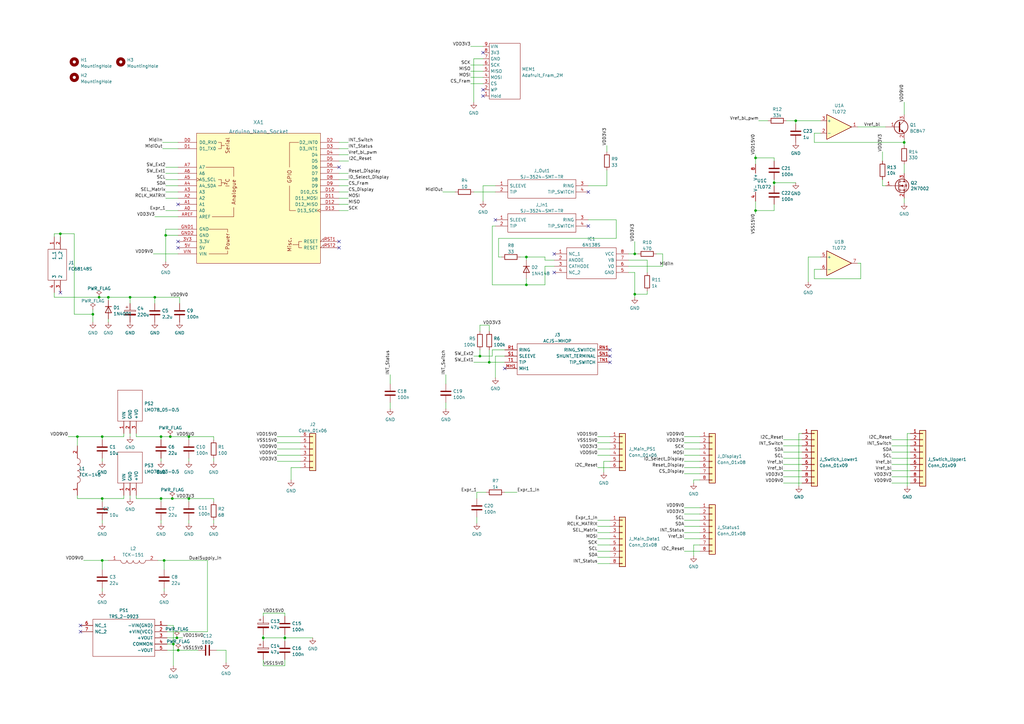
<source format=kicad_sch>
(kicad_sch (version 20211123) (generator eeschema)
  (paper "A3")
  (junction (at 200.66 148.59))
  (junction (at 41.91 229.87))
  (junction (at 38.1 128.905))
  (junction (at 53.34 121.92))
  (junction (at 70.6784 204.47))
  (junction (at 31.75 179.07))
  (junction (at 77.47 204.47))
  (junction (at 44.45 121.92))
  (junction (at 215.9 105.41))
  (junction (at 107.95 261.62))
  (junction (at 317.5 74.93))
  (junction (at 72.5477 261.62))
  (junction (at 66.04 179.07))
  (junction (at 69.85 179.07))
  (junction (at 260.35 120.65))
  (junction (at 71.12 264.16))
  (junction (at 77.47 179.07))
  (junction (at 41.91 179.07))
  (junction (at 67.31 229.87))
  (junction (at 63.5 121.92))
  (junction (at 370.84 58.42))
  (junction (at 66.04 204.47))
  (junction (at 73.1 266.7))
  (junction (at 116.84 261.62))
  (junction (at 67.945 96.52))
  (junction (at 309.88 64.77))
  (junction (at 40.64 121.92))
  (junction (at 215.9 116.84))
  (junction (at 196.85 146.05))
  (junction (at 309.88 86.36))
  (junction (at 326.39 49.53))
  (junction (at 41.91 204.47))
  (junction (at 24.765 95.885))
  (junction (at 260.35 104.14))
  (no_connect (at 73.025 99.06))
  (no_connect (at 33.02 256.54))
  (no_connect (at 33.02 259.08))
  (no_connect (at 24.765 120.015))
  (no_connect (at 241.3 78.74))
  (no_connect (at 227.33 104.14))
  (no_connect (at 227.33 111.76))
  (no_connect (at 207.01 151.13))
  (no_connect (at 250.19 148.59))
  (no_connect (at 250.19 146.05))
  (no_connect (at 250.19 143.51))
  (no_connect (at 198.12 36.83))
  (no_connect (at 241.3 92.71))
  (no_connect (at 73.025 101.6))
  (no_connect (at 198.12 39.37))
  (no_connect (at 139.065 99.06))
  (no_connect (at 198.12 21.59))
  (no_connect (at 203.2 90.17))
  (no_connect (at 73.025 83.82))
  (no_connect (at 139.065 68.58))
  (no_connect (at 139.065 101.6))
  (wire (pts (xy 69.85 179.07) (xy 77.47 179.07)))
  (wire (pts (xy 372.11 199.39) (xy 372.11 177.8)))
  (wire (pts (xy 309.88 86.36) (xy 309.88 87.63)))
  (wire (pts (xy 280.67 208.28) (xy 287.02 208.28)))
  (wire (pts (xy 107.95 273.05) (xy 116.84 273.05)))
  (wire (pts (xy 247.65 189.23) (xy 250.19 189.23)))
  (wire (pts (xy 271.78 104.14) (xy 269.24 104.14)))
  (wire (pts (xy 142.875 58.42) (xy 139.065 58.42)))
  (wire (pts (xy 119.38 191.77) (xy 119.38 196.85)))
  (wire (pts (xy 223.52 105.41) (xy 223.52 106.68)))
  (wire (pts (xy 248.92 59.69) (xy 248.92 62.23)))
  (wire (pts (xy 200.66 135.89) (xy 200.66 133.35)))
  (wire (pts (xy 116.84 251.46) (xy 116.84 252.73)))
  (wire (pts (xy 260.35 104.14) (xy 261.62 104.14)))
  (wire (pts (xy 41.91 229.87) (xy 44.45 229.87)))
  (wire (pts (xy 72.5477 261.62) (xy 74.93 261.62)))
  (wire (pts (xy 66.675 60.96) (xy 73.025 60.96)))
  (wire (pts (xy 44.45 121.92) (xy 53.34 121.92)))
  (wire (pts (xy 193.04 34.29) (xy 198.12 34.29)))
  (wire (pts (xy 245.11 228.6) (xy 250.19 228.6)))
  (wire (pts (xy 317.5 86.36) (xy 309.88 86.36)))
  (wire (pts (xy 68.58 259.08) (xy 85.09 259.08)))
  (wire (pts (xy 257.81 109.22) (xy 271.78 109.22)))
  (wire (pts (xy 30.48 95.885) (xy 30.48 128.905)))
  (wire (pts (xy 66.04 204.47) (xy 66.04 205.74)))
  (wire (pts (xy 215.9 105.41) (xy 215.9 106.68)))
  (wire (pts (xy 201.93 92.71) (xy 203.2 92.71)))
  (wire (pts (xy 317.5 66.04) (xy 317.5 64.77)))
  (wire (pts (xy 55.88 177.8) (xy 55.88 179.07)))
  (wire (pts (xy 245.11 215.9) (xy 250.19 215.9)))
  (wire (pts (xy 31.75 204.47) (xy 31.75 203.2)))
  (wire (pts (xy 334.01 110.49) (xy 334.01 114.3)))
  (wire (pts (xy 113.665 181.61) (xy 123.19 181.61)))
  (wire (pts (xy 30.48 95.885) (xy 24.765 95.885)))
  (wire (pts (xy 284.48 223.52) (xy 287.02 223.52)))
  (wire (pts (xy 116.84 261.62) (xy 116.84 262.89)))
  (wire (pts (xy 353.06 107.95) (xy 351.79 107.95)))
  (wire (pts (xy 257.81 104.14) (xy 260.35 104.14)))
  (wire (pts (xy 41.91 229.87) (xy 41.91 233.68)))
  (wire (pts (xy 62.865 104.14) (xy 73.025 104.14)))
  (wire (pts (xy 67.945 76.2) (xy 73.025 76.2)))
  (wire (pts (xy 68.58 256.54) (xy 71.12 256.54)))
  (wire (pts (xy 203.2 76.2) (xy 198.12 76.2)))
  (wire (pts (xy 67.945 93.98) (xy 73.025 93.98)))
  (wire (pts (xy 139.065 63.5) (xy 142.875 63.5)))
  (wire (pts (xy 203.2 154.94) (xy 203.2 146.05)))
  (wire (pts (xy 77.47 179.07) (xy 77.47 180.34)))
  (wire (pts (xy 336.55 54.61) (xy 334.01 54.61)))
  (wire (pts (xy 365.76 190.5) (xy 373.38 190.5)))
  (wire (pts (xy 260.35 120.65) (xy 265.43 120.65)))
  (wire (pts (xy 365.76 185.42) (xy 373.38 185.42)))
  (wire (pts (xy 195.58 204.47) (xy 195.58 201.93)))
  (wire (pts (xy 38.1 132.08) (xy 38.1 128.905)))
  (wire (pts (xy 142.875 83.82) (xy 139.065 83.82)))
  (wire (pts (xy 321.31 185.42) (xy 328.93 185.42)))
  (wire (pts (xy 63.5 121.92) (xy 53.34 121.92)))
  (wire (pts (xy 317.5 74.93) (xy 317.5 76.2)))
  (wire (pts (xy 31.75 179.07) (xy 41.91 179.07)))
  (wire (pts (xy 223.52 116.84) (xy 215.9 116.84)))
  (wire (pts (xy 77.47 187.96) (xy 77.47 189.23)))
  (wire (pts (xy 193.04 31.75) (xy 198.12 31.75)))
  (wire (pts (xy 73.025 68.58) (xy 67.945 68.58)))
  (wire (pts (xy 365.76 195.58) (xy 373.38 195.58)))
  (wire (pts (xy 53.34 124.46) (xy 53.34 121.92)))
  (wire (pts (xy 67.945 96.52) (xy 67.945 107.315)))
  (wire (pts (xy 245.11 223.52) (xy 250.19 223.52)))
  (wire (pts (xy 280.67 226.06) (xy 287.02 226.06)))
  (wire (pts (xy 31.75 204.47) (xy 41.91 204.47)))
  (wire (pts (xy 365.76 182.88) (xy 373.38 182.88)))
  (wire (pts (xy 353.06 114.3) (xy 353.06 107.95)))
  (wire (pts (xy 113.665 189.23) (xy 123.19 189.23)))
  (wire (pts (xy 66.04 213.36) (xy 66.04 214.63)))
  (wire (pts (xy 334.01 54.61) (xy 334.01 58.42)))
  (wire (pts (xy 66.04 204.47) (xy 70.6784 204.47)))
  (wire (pts (xy 334.01 58.42) (xy 370.84 58.42)))
  (wire (pts (xy 113.665 184.15) (xy 123.19 184.15)))
  (wire (pts (xy 326.39 49.53) (xy 326.39 50.8)))
  (wire (pts (xy 317.5 83.82) (xy 317.5 86.36)))
  (wire (pts (xy 195.58 212.09) (xy 195.58 214.63)))
  (wire (pts (xy 223.52 109.22) (xy 223.52 116.84)))
  (wire (pts (xy 311.15 49.53) (xy 314.96 49.53)))
  (wire (pts (xy 200.66 133.35) (xy 196.85 133.35)))
  (wire (pts (xy 321.31 193.04) (xy 328.93 193.04)))
  (wire (pts (xy 245.11 218.44) (xy 250.19 218.44)))
  (wire (pts (xy 66.04 187.96) (xy 66.04 189.23)))
  (wire (pts (xy 40.64 121.92) (xy 44.45 121.92)))
  (wire (pts (xy 30.48 128.905) (xy 38.1 128.905)))
  (wire (pts (xy 247.65 189.23) (xy 247.65 193.675)))
  (wire (pts (xy 215.9 116.84) (xy 201.93 116.84)))
  (wire (pts (xy 22.225 95.885) (xy 22.225 97.155)))
  (wire (pts (xy 24.765 95.885) (xy 22.225 95.885)))
  (wire (pts (xy 116.84 273.05) (xy 116.84 270.51)))
  (wire (pts (xy 201.93 146.05) (xy 201.93 143.51)))
  (wire (pts (xy 280.67 210.82) (xy 287.02 210.82)))
  (wire (pts (xy 201.93 143.51) (xy 207.01 143.51)))
  (wire (pts (xy 196.85 143.51) (xy 196.85 146.05)))
  (wire (pts (xy 363.22 76.2) (xy 361.95 76.2)))
  (wire (pts (xy 142.875 86.36) (xy 139.065 86.36)))
  (wire (pts (xy 107.95 261.62) (xy 107.95 262.89)))
  (wire (pts (xy 241.3 90.17) (xy 252.73 90.17)))
  (wire (pts (xy 227.33 109.22) (xy 223.52 109.22)))
  (wire (pts (xy 370.84 81.28) (xy 370.84 83.312)))
  (wire (pts (xy 68.58 261.62) (xy 72.5477 261.62)))
  (wire (pts (xy 245.11 179.07) (xy 250.19 179.07)))
  (wire (pts (xy 63.5 88.9) (xy 73.025 88.9)))
  (wire (pts (xy 193.04 19.05) (xy 198.12 19.05)))
  (wire (pts (xy 194.31 41.91) (xy 194.31 24.13)))
  (wire (pts (xy 204.47 97.79) (xy 252.73 97.79)))
  (wire (pts (xy 41.91 241.3) (xy 41.91 242.57)))
  (wire (pts (xy 53.34 203.2) (xy 53.34 204.47)))
  (wire (pts (xy 280.67 215.9) (xy 287.02 215.9)))
  (wire (pts (xy 280.67 220.98) (xy 287.02 220.98)))
  (wire (pts (xy 116.84 261.62) (xy 128.27 261.62)))
  (wire (pts (xy 309.88 82.55) (xy 309.88 86.36)))
  (wire (pts (xy 245.11 220.98) (xy 250.19 220.98)))
  (wire (pts (xy 260.35 111.76) (xy 257.81 111.76)))
  (wire (pts (xy 207.01 201.93) (xy 212.09 201.93)))
  (wire (pts (xy 321.31 187.96) (xy 328.93 187.96)))
  (wire (pts (xy 327.66 199.39) (xy 327.66 177.8)))
  (wire (pts (xy 67.945 78.74) (xy 73.025 78.74)))
  (wire (pts (xy 372.11 177.8) (xy 373.38 177.8)))
  (wire (pts (xy 201.93 92.71) (xy 201.93 116.84)))
  (wire (pts (xy 41.91 187.96) (xy 41.91 189.23)))
  (wire (pts (xy 87.63 205.74) (xy 87.63 204.47)))
  (wire (pts (xy 107.95 251.46) (xy 116.84 251.46)))
  (wire (pts (xy 204.47 105.41) (xy 205.74 105.41)))
  (wire (pts (xy 193.04 29.21) (xy 198.12 29.21)))
  (wire (pts (xy 181.61 78.74) (xy 186.69 78.74)))
  (wire (pts (xy 265.43 119.38) (xy 265.43 120.65)))
  (wire (pts (xy 41.91 213.36) (xy 41.91 214.63)))
  (wire (pts (xy 245.11 231.14) (xy 250.19 231.14)))
  (wire (pts (xy 107.95 260.35) (xy 107.95 261.62)))
  (wire (pts (xy 142.875 60.96) (xy 139.065 60.96)))
  (wire (pts (xy 194.31 148.59) (xy 200.66 148.59)))
  (wire (pts (xy 55.88 203.2) (xy 55.88 204.47)))
  (wire (pts (xy 139.065 66.04) (xy 143.002 66.04)))
  (wire (pts (xy 68.58 264.16) (xy 71.12 264.16)))
  (wire (pts (xy 336.55 105.41) (xy 331.47 105.41)))
  (wire (pts (xy 280.67 189.23) (xy 287.02 189.23)))
  (wire (pts (xy 142.875 73.66) (xy 139.065 73.66)))
  (wire (pts (xy 87.63 187.96) (xy 87.63 189.23)))
  (wire (pts (xy 284.48 223.52) (xy 284.48 227.965)))
  (wire (pts (xy 63.5 124.46) (xy 63.5 121.92)))
  (wire (pts (xy 365.76 193.04) (xy 373.38 193.04)))
  (wire (pts (xy 245.11 213.36) (xy 250.19 213.36)))
  (wire (pts (xy 55.88 204.47) (xy 66.04 204.47)))
  (wire (pts (xy 88.9 266.7) (xy 92.71 266.7)))
  (wire (pts (xy 73.66 124.46) (xy 73.66 121.92)))
  (wire (pts (xy 182.88 165.1) (xy 182.88 167.64)))
  (wire (pts (xy 66.04 179.07) (xy 66.04 180.34)))
  (wire (pts (xy 85.09 259.08) (xy 85.09 229.87)))
  (wire (pts (xy 280.67 184.15) (xy 287.02 184.15)))
  (wire (pts (xy 321.31 182.88) (xy 328.93 182.88)))
  (wire (pts (xy 92.71 266.7) (xy 92.71 271.78)))
  (wire (pts (xy 200.66 143.51) (xy 200.66 148.59)))
  (wire (pts (xy 67.945 86.36) (xy 73.025 86.36)))
  (wire (pts (xy 34.29 229.87) (xy 41.91 229.87)))
  (wire (pts (xy 280.67 181.61) (xy 287.02 181.61)))
  (wire (pts (xy 351.79 52.07) (xy 363.22 52.07)))
  (wire (pts (xy 113.665 186.69) (xy 123.19 186.69)))
  (wire (pts (xy 73.66 121.92) (xy 63.5 121.92)))
  (wire (pts (xy 370.84 41.91) (xy 370.84 46.99)))
  (wire (pts (xy 107.95 270.51) (xy 107.95 273.05)))
  (wire (pts (xy 50.8 203.2) (xy 50.8 204.47)))
  (wire (pts (xy 66.04 179.07) (xy 69.85 179.07)))
  (wire (pts (xy 195.58 201.93) (xy 199.39 201.93)))
  (wire (pts (xy 68.58 266.7) (xy 73.1 266.7)))
  (wire (pts (xy 24.765 95.885) (xy 24.765 97.155)))
  (wire (pts (xy 31.75 179.07) (xy 31.75 182.88)))
  (wire (pts (xy 182.88 153.67) (xy 182.88 157.48)))
  (wire (pts (xy 116.84 260.35) (xy 116.84 261.62)))
  (wire (pts (xy 41.91 204.47) (xy 50.8 204.47)))
  (wire (pts (xy 194.31 24.13) (xy 198.12 24.13)))
  (wire (pts (xy 142.875 71.12) (xy 139.065 71.12)))
  (wire (pts (xy 67.31 241.3) (xy 67.31 242.57)))
  (wire (pts (xy 331.47 105.41) (xy 331.47 115.57)))
  (wire (pts (xy 265.43 106.68) (xy 257.81 106.68)))
  (wire (pts (xy 284.48 196.85) (xy 284.48 198.12)))
  (wire (pts (xy 160.02 153.67) (xy 160.02 157.48)))
  (wire (pts (xy 336.55 110.49) (xy 334.01 110.49)))
  (wire (pts (xy 260.35 121.92) (xy 260.35 120.65)))
  (wire (pts (xy 370.84 57.15) (xy 370.84 58.42)))
  (wire (pts (xy 77.47 179.07) (xy 87.63 179.07)))
  (wire (pts (xy 245.11 186.69) (xy 250.19 186.69)))
  (wire (pts (xy 280.67 186.69) (xy 287.02 186.69)))
  (wire (pts (xy 194.31 78.74) (xy 203.2 78.74)))
  (wire (pts (xy 204.47 105.41) (xy 204.47 97.79)))
  (wire (pts (xy 73.1 266.7) (xy 81.28 266.7)))
  (wire (pts (xy 223.52 106.68) (xy 227.33 106.68)))
  (wire (pts (xy 200.66 148.59) (xy 207.01 148.59)))
  (wire (pts (xy 194.31 146.05) (xy 196.85 146.05)))
  (wire (pts (xy 71.12 256.54) (xy 71.12 264.16)))
  (wire (pts (xy 309.88 64.77) (xy 309.88 67.31)))
  (wire (pts (xy 73.025 71.12) (xy 67.945 71.12)))
  (wire (pts (xy 326.39 49.53) (xy 336.55 49.53)))
  (wire (pts (xy 365.76 180.34) (xy 373.38 180.34)))
  (wire (pts (xy 44.45 121.92) (xy 44.45 123.19)))
  (wire (pts (xy 280.67 191.77) (xy 287.02 191.77)))
  (wire (pts (xy 67.945 81.28) (xy 73.025 81.28)))
  (wire (pts (xy 41.91 179.07) (xy 50.8 179.07)))
  (wire (pts (xy 53.34 177.8) (xy 53.34 179.07)))
  (wire (pts (xy 260.35 120.65) (xy 260.35 111.76)))
  (wire (pts (xy 67.945 73.66) (xy 73.025 73.66)))
  (wire (pts (xy 142.875 81.28) (xy 139.065 81.28)))
  (wire (pts (xy 280.67 218.44) (xy 287.02 218.44)))
  (wire (pts (xy 41.91 179.07) (xy 41.91 180.34)))
  (wire (pts (xy 27.94 179.07) (xy 31.75 179.07)))
  (wire (pts (xy 361.95 76.2) (xy 361.95 73.66)))
  (wire (pts (xy 334.01 114.3) (xy 353.06 114.3)))
  (wire (pts (xy 64.77 229.87) (xy 67.31 229.87)))
  (wire (pts (xy 67.31 229.87) (xy 67.31 233.68)))
  (wire (pts (xy 22.225 121.92) (xy 40.64 121.92)))
  (wire (pts (xy 50.8 177.8) (xy 50.8 179.07)))
  (wire (pts (xy 265.43 111.76) (xy 265.43 106.68)))
  (wire (pts (xy 213.36 105.41) (xy 215.9 105.41)))
  (wire (pts (xy 280.67 179.07) (xy 287.02 179.07)))
  (wire (pts (xy 107.95 261.62) (xy 116.84 261.62)))
  (wire (pts (xy 77.47 205.74) (xy 77.47 204.47)))
  (wire (pts (xy 271.78 109.22) (xy 271.78 104.14)))
  (wire (pts (xy 71.12 264.16) (xy 71.12 273.05)))
  (wire (pts (xy 139.065 78.74) (xy 142.875 78.74)))
  (wire (pts (xy 215.9 105.41) (xy 223.52 105.41)))
  (wire (pts (xy 327.66 177.8) (xy 328.93 177.8)))
  (wire (pts (xy 260.35 99.06) (xy 260.35 104.14)))
  (wire (pts (xy 245.11 181.61) (xy 250.19 181.61)))
  (wire (pts (xy 248.92 69.85) (xy 248.92 76.2)))
  (wire (pts (xy 139.065 76.2) (xy 142.875 76.2)))
  (wire (pts (xy 321.31 180.34) (xy 328.93 180.34)))
  (wire (pts (xy 66.675 58.42) (xy 73.025 58.42)))
  (wire (pts (xy 309.88 63.5) (xy 309.88 64.77)))
  (wire (pts (xy 284.48 196.85) (xy 287.02 196.85)))
  (wire (pts (xy 241.3 76.2) (xy 248.92 76.2)))
  (wire (pts (xy 203.2 146.05) (xy 207.01 146.05)))
  (wire (pts (xy 196.85 146.05) (xy 201.93 146.05)))
  (wire (pts (xy 321.31 198.12) (xy 328.93 198.12)))
  (wire (pts (xy 87.63 213.36) (xy 87.63 214.63)))
  (wire (pts (xy 245.11 226.06) (xy 250.19 226.06)))
  (wire (pts (xy 87.63 204.47) (xy 77.47 204.47)))
  (wire (pts (xy 215.9 116.84) (xy 215.9 114.3)))
  (wire (pts (xy 280.67 213.36) (xy 287.02 213.36)))
  (wire (pts (xy 321.31 195.58) (xy 328.93 195.58)))
  (wire (pts (xy 67.31 229.87) (xy 85.09 229.87)))
  (wire (pts (xy 322.58 49.53) (xy 326.39 49.53)))
  (wire (pts (xy 41.91 204.47) (xy 41.91 205.74)))
  (wire (pts (xy 67.945 96.52) (xy 67.945 93.98)))
  (wire (pts (xy 196.85 133.35) (xy 196.85 135.89)))
  (wire (pts (xy 55.88 179.07) (xy 66.04 179.07)))
  (wire (pts (xy 365.76 198.12) (xy 373.38 198.12)))
  (wire (pts (xy 193.04 26.67) (xy 198.12 26.67)))
  (wire (pts (xy 67.945 96.52) (xy 73.025 96.52)))
  (wire (pts (xy 160.02 165.1) (xy 160.02 167.64)))
  (wire (pts (xy 370.84 67.31) (xy 370.84 71.12)))
  (wire (pts (xy 119.38 191.77) (xy 123.19 191.77)))
  (wire (pts (xy 280.67 194.31) (xy 287.02 194.31)))
  (wire (pts (xy 317.5 74.93) (xy 326.39 74.93)))
  (wire (pts (xy 113.665 179.07) (xy 123.19 179.07)))
  (wire (pts (xy 252.73 90.17) (xy 252.73 97.79)))
  (wire (pts (xy 317.5 73.66) (xy 317.5 74.93)))
  (wire (pts (xy 245.11 191.77) (xy 250.19 191.77)))
  (wire (pts (xy 245.11 184.15) (xy 250.19 184.15)))
  (wire (pts (xy 87.63 180.34) (xy 87.63 179.07)))
  (wire (pts (xy 198.12 76.2) (xy 198.12 82.55)))
  (wire (pts (xy 70.6784 204.47) (xy 77.47 204.47)))
  (wire (pts (xy 361.95 62.23) (xy 361.95 66.04)))
  (wire (pts (xy 321.31 190.5) (xy 328.93 190.5)))
  (wire (pts (xy 38.1 128.905) (xy 38.1 127)))
  (wire (pts (xy 107.95 252.73) (xy 107.95 251.46)))
  (wire (pts (xy 22.225 120.015) (xy 22.225 121.92)))
  (wire (pts (xy 44.45 130.81) (xy 44.45 132.08)))
  (wire (pts (xy 317.5 64.77) (xy 309.88 64.77)))
  (wire (pts (xy 365.76 187.96) (xy 373.38 187.96)))
  (wire (pts (xy 77.47 213.36) (xy 77.47 214.63)))
  (wire (pts (xy 370.84 58.42) (xy 370.84 59.69)))
  (label "VDD3V3" (at 365.76 195.58 180))
  (label "VDD3V3" (at 193.04 19.05 180))
  (label "CS_Fram" (at 142.875 76.2 0))
  (label "VDD3V3" (at 321.31 195.58 180))
  (label "VDD9V0" (at 365.76 198.12 180))
  (label "INT_Status" (at 280.67 218.44 180))
  (label "MidiIn" (at 270.51 109.22 0))
  (label "VDD9V0" (at 62.865 104.14 180))
  (label "VDD3V3" (at 245.11 184.15 180))
  (label "VSS15V0" (at 309.88 87.63 270))
  (label "VDD3V3" (at 63.5 88.9 180))
  (label "VDD9V0" (at 69.85 121.92 0))
  (label "Expr_1_In" (at 245.11 213.36 180))
  (label "I2C_Reset" (at 365.76 180.34 180))
  (label "Expr_1" (at 195.58 201.93 180))
  (label "I2C_Reset" (at 245.11 191.77 180))
  (label "MISO" (at 142.875 83.82 0))
  (label "VDD5V0" (at 72.39 179.07 0))
  (label "MidiOut" (at 181.61 78.74 180))
  (label "SCL" (at 67.945 73.66 180))
  (label "I2C_Reset" (at 280.67 226.06 180))
  (label "SDA" (at 245.11 228.6 180))
  (label "VSS15V0" (at 107.95 273.05 0))
  (label "VSS15V0" (at 113.665 181.61 180))
  (label "SCK" (at 193.04 26.67 180))
  (label "RCLK_MATRIX" (at 245.11 215.9 180))
  (label "Reset_Display" (at 142.875 71.12 0))
  (label "VDD3V3" (at 248.92 59.69 90))
  (label "MOSI" (at 193.04 31.75 180))
  (label "INT_Status" (at 245.11 231.14 180))
  (label "INT_Status" (at 160.02 153.67 90))
  (label "INT_Switch" (at 142.875 58.42 0))
  (label "VDD3V3" (at 198.12 133.35 0))
  (label "MOSI" (at 245.11 220.98 180))
  (label "Vref_bl" (at 354.33 52.07 0))
  (label "SDA" (at 365.76 185.42 180))
  (label "SCK" (at 245.11 223.52 180))
  (label "VDD15V0" (at 113.665 179.07 180))
  (label "INT_Status" (at 142.875 60.96 0))
  (label "VDD15V0" (at 107.95 251.46 0))
  (label "MidiOut" (at 66.675 60.96 180))
  (label "VDD3V3" (at 260.35 99.06 90))
  (label "SW_Ext2" (at 194.31 146.05 180))
  (label "Vref_bl_pwm" (at 311.15 49.53 180))
  (label "SDA" (at 67.945 76.2 180))
  (label "DualSupply_In" (at 77.47 229.87 0))
  (label "CS_Display" (at 142.875 78.74 0))
  (label "INT_Switch" (at 321.31 182.88 180))
  (label "SW_Ext2" (at 67.945 68.58 180))
  (label "I2C_Reset" (at 143.002 66.04 0))
  (label "SW_Ext1" (at 67.945 71.12 180))
  (label "VDD9V0" (at 34.29 229.87 180))
  (label "RCLK_MATRIX" (at 67.945 81.28 180))
  (label "VDD5V0" (at 245.11 186.69 180))
  (label "VDD5V0" (at 113.665 186.69 180))
  (label "SCK" (at 280.67 184.15 180))
  (label "SCL" (at 245.11 226.06 180))
  (label "VDD9V0" (at 27.94 179.07 180))
  (label "MOSI" (at 280.67 186.69 180))
  (label "Vref_bl" (at 280.67 220.98 180))
  (label "VDD9V0" (at 321.31 198.12 180))
  (label "VDD9V0" (at 280.67 208.28 180))
  (label "Vref_bl" (at 321.31 190.5 180))
  (label "CS_Fram" (at 193.04 34.29 180))
  (label "CS_Display" (at 280.67 194.31 180))
  (label "VDD15V0" (at 309.88 63.5 90))
  (label "ID_Select_Display" (at 142.875 73.66 0))
  (label "ID_Select_Display" (at 280.67 189.23 180))
  (label "VDD9V0" (at 113.665 184.15 180))
  (label "SCL" (at 280.67 213.36 180))
  (label "SDA" (at 280.67 215.9 180))
  (label "VDD3V3" (at 280.67 210.82 180))
  (label "VDD15V0" (at 245.11 179.07 180))
  (label "Vref_bl" (at 365.76 193.04 180))
  (label "Reset_Display" (at 280.67 191.77 180))
  (label "MISO" (at 193.04 29.21 180))
  (label "VSS15V0" (at 245.11 181.61 180))
  (label "SCK" (at 142.875 86.36 0))
  (label "MOSI" (at 142.875 81.28 0))
  (label "VDD9V0" (at 280.67 179.07 180))
  (label "Expr_1_In" (at 212.09 201.93 0))
  (label "INT_Switch" (at 182.88 153.67 90))
  (label "Expr_1" (at 67.945 86.36 180))
  (label "VDD3V3" (at 280.67 181.61 180))
  (label "SEL_Matrix" (at 67.945 78.74 180))
  (label "Vref_bl" (at 321.31 193.04 180))
  (label "SEL_Matrix" (at 245.11 218.44 180))
  (label "VSS15V0" (at 74.93 266.7 0))
  (label "I2C_Reset" (at 321.31 180.34 180))
  (label "Vref_bl_pwm" (at 142.875 63.5 0))
  (label "INT_Switch" (at 365.76 182.88 180))
  (label "VDD3V3" (at 72.39 204.47 0))
  (label "VDD15V0" (at 74.93 261.62 0))
  (label "SW_Ext1" (at 194.31 148.59 180))
  (label "Vref_bl" (at 365.76 190.5 180))
  (label "VDD3V3" (at 361.95 62.23 90))
  (label "VDD3V3" (at 113.665 189.23 180))
  (label "SDA" (at 321.31 185.42 180))
  (label "MidiIn" (at 66.675 58.42 180))
  (label "SCL" (at 365.76 187.96 180))
  (label "VDD9V0" (at 370.84 41.91 90))
  (label "SCL" (at 321.31 187.96 180))
  (symbol (lib_id "Device:C") (at 41.91 209.55 0) (unit 1)
    (property "Reference" "C2" (at 44.831 208.7153 0) (effects (justify right)))
    (property "Value" "10u" (at 44.831 211.2522 0) (effects (justify left)))
    (property "Footprint" "Capacitor_SMD:C_1206_3216Metric_Pad1.33x1.80mm_HandSolder" (effects hide))
  )
  (symbol (lib_id "power:PWR_FLAG") (at 69.85 179.07 0) (unit 1)
    (property "Reference" "#FLG03" (effects hide))
    (property "Value" "PWR_FLAG" (at 69.85 175.4942 0))
  )
  (symbol (lib_id "Diode:1N4148") (at 215.9 110.49 270) (unit 1)
    (property "Reference" "D2" (at 217.932 109.6553 90) (effects (justify left)))
    (property "Value" "1N4148" (at 217.932 112.1922 90) (effects (justify left)))
    (property "Footprint" "Diode_SMD:D_SOD-123" (effects hide))
    (property "Datasheet" "https://assets.nexperia.com/documents/data-sheet/1N4148_1N4448.pdf" (effects hide))
  )
  (symbol (lib_id "Device:R") (at 87.63 184.15 0) (unit 1)
    (property "Reference" "R1" (at 89.408 183.3153 0) (effects (justify left)))
    (property "Value" "100" (at 89.408 185.8522 0) (effects (justify left)))
    (property "Footprint" "Resistor_THT:R_Axial_DIN0414_L11.9mm_D4.5mm_P15.24mm_Horizontal" (effects hide))
  )
  (symbol (lib_id "Connector_Generic:Conn_01x08") (at 292.1 186.69 0) (unit 1)
    (property "Reference" "J_Display1" (at 294.132 187.1253 0) (effects (justify left)))
    (property "Value" "Conn_01x08" (at 294.132 189.6622 0) (effects (justify left)))
    (property "Footprint" "Connector_JST:JST_PH_B8B-PH-K_1x08_P2.00mm_Vertical" (effects hide))
  )
  (symbol (lib_id "power:GND") (at 372.11 199.39 0) (unit 1)
    (property "Reference" "#PWR039" (effects hide))
    (property "Value" "GND" (at 372.11 203.8334 0))
  )
  (symbol (lib_id "Amplifier_Operational:TL072") (at 312.42 74.93 0) (unit 3)
    (property "Reference" "U1" (at 310.515 74.0953 0) (effects (justify left)))
    (property "Value" "TL072" (at 310.515 76.6322 0) (effects (justify left)))
    (property "Footprint" "SamacSys_Parts:SOIC127P600X175-8N" (effects hide))
    (property "Datasheet" "http://www.ti.com/lit/ds/symlink/tl071.pdf" (effects hide))
  )
  (symbol (lib_id "power:GND") (at 194.31 41.91 0) (unit 1)
    (property "Reference" "#PWR026" (effects hide))
    (property "Value" "GND" (at 194.31 46.3534 0))
  )
  (symbol (lib_id "Device:R") (at 265.43 104.14 90) (unit 1)
    (property "Reference" "R10" (at 265.43 99.4242 90))
    (property "Value" "470" (at 265.43 101.9611 90))
    (property "Footprint" "Resistor_SMD:R_1206_3216Metric_Pad1.30x1.75mm_HandSolder" (effects hide))
  )
  (symbol (lib_id "SamacSys_Parts:TCK-151") (at 44.45 229.87 0) (unit 1)
    (property "Reference" "L2" (at 54.61 225.0008 0))
    (property "Value" "TCK-151" (at 54.61 227.5377 0))
    (property "Footprint" "SamacSys_Parts:TCK151" (effects hide))
    (property "Datasheet" "https://altium.componentsearchengine.com/Datasheets/1/TCK-151.pdf" (effects hide))
    (property "Description" "Fixed Inductors Inductor 4.7uH 1.2A 140mOhm" (effects hide))
    (property "Height" "2.6" (effects hide))
    (property "Manufacturer_Name" "Traco Power" (effects hide))
    (property "Manufacturer_Part_Number" "TCK-151" (effects hide))
    (property "Mouser Part Number" "495-TCK-151" (effects hide))
    (property "Mouser Price/Stock" "https://www.mouser.co.uk/ProductDetail/TRACO-Power/TCK-151?qs=r5DSvlrkXmLbmcys%252BIu%252BuA%3D%3D" (effects hide))
  )
  (symbol (lib_id "power:GND") (at 284.48 198.12 0) (unit 1)
    (property "Reference" "#PWR032" (effects hide))
    (property "Value" "GND" (at 284.48 202.5634 0))
  )
  (symbol (lib_id "Device:R") (at 248.92 66.04 0) (unit 1)
    (property "Reference" "R9" (at 250.698 65.2053 0) (effects (justify left)))
    (property "Value" "33" (at 250.698 67.7422 0) (effects (justify left)))
    (property "Footprint" "Resistor_SMD:R_1206_3216Metric_Pad1.30x1.75mm_HandSolder" (effects hide))
  )
  (symbol (lib_id "Device:R") (at 370.84 63.5 0) (unit 1)
    (property "Reference" "R14" (at 372.618 62.3316 0) (effects (justify left)))
    (property "Value" "330" (at 372.618 64.643 0) (effects (justify left)))
    (property "Footprint" "Resistor_SMD:R_1206_3216Metric_Pad1.30x1.75mm_HandSolder" (effects hide))
  )
  (symbol (lib_id "power:GND") (at 53.34 204.47 0) (unit 1)
    (property "Reference" "#PWR08" (effects hide))
    (property "Value" "GND" (at 53.34 208.9134 0))
  )
  (symbol (lib_id "power:GND") (at 73.66 132.08 0) (unit 1)
    (property "Reference" "#PWR015" (effects hide))
    (property "Value" "GND" (at 73.66 136.5234 0))
  )
  (symbol (lib_id "Device:C") (at 41.91 237.49 0) (unit 1)
    (property "Reference" "C3" (at 44.831 236.6553 0) (effects (justify left)))
    (property "Value" "22u" (at 44.831 239.1922 0) (effects (justify left)))
    (property "Footprint" "Capacitor_SMD:C_1206_3216Metric_Pad1.33x1.80mm_HandSolder" (effects hide))
  )
  (symbol (lib_id "power:GND") (at 67.31 242.57 0) (unit 1)
    (property "Reference" "#PWR012" (effects hide))
    (property "Value" "GND" (at 67.31 247.0134 0))
  )
  (symbol (lib_id "SamacSys_Parts:LMO78_05-0.5") (at 50.8 203.2 90) (unit 1)
    (property "Reference" "PS3" (at 59.1312 190.9353 90) (effects (justify right)))
    (property "Value" "LMO78_03-0.5" (at 59.1312 193.4722 90) (effects (justify right)))
    (property "Footprint" "SamacSys_Parts:LMO78_0505" (effects hide))
    (property "Datasheet" "https://gaptec-electronic.com/datenblaetter/LMO78_0.5.pdf" (effects hide))
    (property "Description" "DC DC CONVERTER 5V 4W" (effects hide))
    (property "Height" "11.5" (effects hide))
    (property "Manufacturer_Name" "Gaptec" (effects hide))
    (property "Manufacturer_Part_Number" "LMO78_05-0.5" (effects hide))
  )
  (symbol (lib_id "Device:R") (at 209.55 105.41 90) (unit 1)
    (property "Reference" "R8" (at 209.55 100.6942 90))
    (property "Value" "33" (at 209.55 103.2311 90))
    (property "Footprint" "Resistor_SMD:R_1206_3216Metric_Pad1.30x1.75mm_HandSolder" (effects hide))
  )
  (symbol (lib_id "Device:C") (at 66.04 209.55 0) (unit 1)
    (property "Reference" "C7" (at 68.961 208.7153 0) (effects (justify left)))
    (property "Value" "22u" (at 68.961 211.2522 0) (effects (justify left)))
    (property "Footprint" "Capacitor_SMD:C_1206_3216Metric_Pad1.33x1.80mm_HandSolder" (effects hide))
  )
  (symbol (lib_id "Amplifier_Operational:TL072") (at 344.17 52.07 0) (unit 1)
    (property "Reference" "U1" (at 344.17 43.2902 0))
    (property "Value" "TL072" (at 344.17 45.8271 0))
    (property "Footprint" "SamacSys_Parts:SOIC127P600X175-8N" (effects hide))
    (property "Datasheet" "http://www.ti.com/lit/ds/symlink/tl071.pdf" (effects hide))
  )
  (symbol (lib_id "Connector_Generic:Conn_01x09") (at 378.46 187.96 0) (unit 1)
    (property "Reference" "J_Swtich_Upper1" (at 380.492 188.3953 0) (effects (justify left)))
    (property "Value" "Conn_01x09" (at 380.492 190.9322 0) (effects (justify left)))
    (property "Footprint" "Connector_JST:JST_PH_B9B-PH-K_1x09_P2.00mm_Vertical" (effects hide))
  )
  (symbol (lib_id "Amplifier_Operational:TL072") (at 344.17 107.95 0) (unit 2)
    (property "Reference" "U1" (at 344.17 99.1702 0))
    (property "Value" "TL072" (at 344.17 101.7071 0))
    (property "Footprint" "SamacSys_Parts:SOIC127P600X175-8N" (effects hide))
    (property "Datasheet" "http://www.ti.com/lit/ds/symlink/tl071.pdf" (effects hide))
  )
  (symbol (lib_id "SamacSys_Parts:FC68148S") (at 24.765 97.155 270) (unit 1)
    (property "Reference" "J1" (at 28.0162 107.7503 90) (effects (justify left)))
    (property "Value" "FC68148S" (at 28.0162 110.2872 90) (effects (justify left)))
    (property "Footprint" "SamacSys_Parts:FC68148S_2" (effects hide))
    (property "Datasheet" "http://www.cliffuk.co.uk/products/dcconnectors/FC68148S.pdf" (effects hide))
    (property "Description" "CLIFF ELECTRONIC COMPONENTS - FC68148S - DC  SOCKET, SMD, DC-10AS, 2.1MM PIN" (effects hide))
    (property "Manufacturer_Name" "CLIFF ELECTRONIC COMPONENTS" (effects hide))
    (property "Manufacturer_Part_Number" "FC68148S" (effects hide))
  )
  (symbol (lib_id "power:PWR_FLAG") (at 38.1 127 0) (unit 1)
    (property "Reference" "#FLG01" (effects hide))
    (property "Value" "PWR_FLAG" (at 38.1 123.4242 0))
  )
  (symbol (lib_id "FRam:Adafruit_Fram_2M") (at 207.01 29.21 0) (unit 1)
    (property "Reference" "MEM1" (at 214.0712 28.3753 0) (effects (justify left)))
    (property "Value" "Adafruit_Fram_2M" (at 214.0712 30.9122 0) (effects (justify left)))
    (property "Footprint" "FRam:Adafruit_FRam_2M" (effects hide))
  )
  (symbol (lib_id "power:PWR_FLAG") (at 73.1 266.7 0) (unit 1)
    (property "Reference" "#FLG06" (effects hide))
    (property "Value" "PWR_FLAG" (at 73.1 263.1242 0))
  )
  (symbol (lib_id "arduino:Arduino_Nano_Socket") (at 106.045 81.28 0) (unit 1)
    (property "Reference" "XA1" (at 106.045 50.165 0) (effects (font (size 1.524 1.524))))
    (property "Value" "Arduino_Nano_Socket" (at 106.045 53.975 0) (effects (font (size 1.524 1.524))))
    (property "Footprint" "Arduino:Arduino_Nano_Socket" (effects hide))
  )
  (symbol (lib_id "Diode:1N4001") (at 44.45 127 270) (unit 1)
    (property "Reference" "D1" (at 46.482 126.1653 90) (effects (justify left)))
    (property "Value" "1N4001" (at 46.482 128.7022 90) (effects (justify left)))
    (property "Footprint" "Diode_THT:D_DO-41_SOD81_P10.16mm_Horizontal" (effects hide))
    (property "Datasheet" "http://www.vishay.com/docs/88503/1n4001.pdf" (effects hide))
  )
  (symbol (lib_id "Device:C") (at 77.47 184.15 0) (unit 1)
    (property "Reference" "C10" (at 80.391 183.3153 0) (effects (justify left)))
    (property "Value" "100n" (at 80.391 185.8522 0) (effects (justify left)))
    (property "Footprint" "Capacitor_SMD:C_1206_3216Metric_Pad1.33x1.80mm_HandSolder" (effects hide))
  )
  (symbol (lib_id "power:GND") (at 66.04 189.23 0) (unit 1)
    (property "Reference" "#PWR010" (effects hide))
    (property "Value" "GND" (at 66.04 193.6734 0))
  )
  (symbol (lib_id "SamacSys_Parts:TRS_2-0923") (at 33.02 256.54 0) (unit 1)
    (property "Reference" "PS1" (at 50.8 250.351 0))
    (property "Value" "TRS_2-0923" (at 50.8 252.8879 0))
    (property "Footprint" "SamacSys_Parts:TRS20922" (effects hide))
    (property "Datasheet" "https://tracopower.com/trs2-datasheet/" (effects hide))
    (property "Description" "2 Watt DC/DC converter, industrial, 2:1 input, regulated, compact design, 1600 VDC isolation, encapsulated, SMD package" (effects hide))
    (property "Height" "8" (effects hide))
    (property "Manufacturer_Name" "Traco Power" (effects hide))
    (property "Manufacturer_Part_Number" "TRS 2-0923" (effects hide))
    (property "Mouser Part Number" "495-TRS2-0923" (effects hide))
    (property "Mouser Price/Stock" "https://www.mouser.co.uk/ProductDetail/TRACO-Power/TRS-2-0923?qs=wUXugUrL1qxaEmb8ePg7Ow%3D%3D" (effects hide))
  )
  (symbol (lib_id "Device:C") (at 67.31 237.49 0) (unit 1)
    (property "Reference" "C8" (at 70.231 236.6553 0) (effects (justify left)))
    (property "Value" "22u" (at 70.231 239.1922 0) (effects (justify left)))
    (property "Footprint" "Capacitor_SMD:C_1206_3216Metric_Pad1.33x1.80mm_HandSolder" (effects hide))
  )
  (symbol (lib_id "power:GND") (at 326.39 58.42 0) (unit 1)
    (property "Reference" "#PWR034" (effects hide))
    (property "Value" "GND" (at 326.39 62.8634 0))
  )
  (symbol (lib_id "Connector_Generic:Conn_01x08") (at 255.27 220.98 0) (unit 1)
    (property "Reference" "J_Main_Data1" (at 257.81 220.9799 0) (effects (justify left)))
    (property "Value" "Conn_01x08" (at 257.81 223.5199 0) (effects (justify left)))
    (property "Footprint" "Connector_JST:JST_PH_B8B-PH-K_1x08_P2.00mm_Vertical" (effects hide))
  )
  (symbol (lib_id "power:GND") (at 331.47 115.57 0) (unit 1)
    (property "Reference" "#PWR037" (effects hide))
    (property "Value" "GND" (at 331.47 120.0134 0))
  )
  (symbol (lib_id "Device:C") (at 41.91 184.15 0) (unit 1)
    (property "Reference" "C1" (at 44.831 183.3153 0) (effects (justify left)))
    (property "Value" "10u" (at 44.831 185.8522 0) (effects (justify left)))
    (property "Footprint" "Capacitor_SMD:C_1206_3216Metric_Pad1.33x1.80mm_HandSolder" (effects hide))
  )
  (symbol (lib_id "power:GND") (at 71.12 273.05 0) (unit 1)
    (property "Reference" "#PWR014" (effects hide))
    (property "Value" "GND" (at 71.12 277.4934 0))
  )
  (symbol (lib_id "Device:C") (at 317.5 80.01 0) (unit 1)
    (property "Reference" "C22" (at 320.421 79.1753 0) (effects (justify left)))
    (property "Value" "100n" (at 320.421 81.7122 0) (effects (justify left)))
    (property "Footprint" "Capacitor_SMD:C_1206_3216Metric_Pad1.33x1.80mm_HandSolder" (effects hide))
  )
  (symbol (lib_id "SamacSys_Parts:LMO78_05-0.5") (at 50.8 177.8 90) (unit 1)
    (property "Reference" "PS2" (at 59.1312 165.5353 90) (effects (justify right)))
    (property "Value" "LMO78_05-0.5" (at 59.1312 168.0722 90) (effects (justify right)))
    (property "Footprint" "SamacSys_Parts:LMO78_0505" (effects hide))
    (property "Datasheet" "https://gaptec-electronic.com/datenblaetter/LMO78_0.5.pdf" (effects hide))
    (property "Description" "DC DC CONVERTER 5V 4W" (effects hide))
    (property "Height" "11.5" (effects hide))
    (property "Manufacturer_Name" "Gaptec" (effects hide))
    (property "Manufacturer_Part_Number" "LMO78_05-0.5" (effects hide))
  )
  (symbol (lib_id "power:GND") (at 67.945 107.315 0) (unit 1)
    (property "Reference" "#PWR013" (effects hide))
    (property "Value" "GND" (at 67.945 111.7584 0))
  )
  (symbol (lib_id "Device:C") (at 77.47 209.55 0) (mirror y) (unit 1)
    (property "Reference" "C11" (at 81.28 208.2799 0) (effects (justify right)))
    (property "Value" "100n" (at 81.28 210.8199 0) (effects (justify right)))
    (property "Footprint" "Capacitor_SMD:C_1206_3216Metric_Pad1.33x1.80mm_HandSolder" (effects hide))
  )
  (symbol (lib_id "power:PWR_FLAG") (at 40.64 121.92 0) (unit 1)
    (property "Reference" "#FLG02" (effects hide))
    (property "Value" "PWR_FLAG" (at 40.64 118.3442 0))
  )
  (symbol (lib_id "power:GND") (at 370.84 83.312 0) (unit 1)
    (property "Reference" "#PWR038" (effects hide))
    (property "Value" "GND" (at 370.84 87.7554 0))
  )
  (symbol (lib_id "power:GND") (at 41.91 189.23 0) (unit 1)
    (property "Reference" "#PWR02" (effects hide))
    (property "Value" "GND" (at 41.91 193.6734 0))
  )
  (symbol (lib_id "SamacSys_Parts:TCK-146") (at 31.75 203.2 90) (unit 1)
    (property "Reference" "L1" (at 32.4612 192.2053 90) (effects (justify right)))
    (property "Value" "TCK-146" (at 32.4612 194.7422 90) (effects (justify right)))
    (property "Footprint" "SamacSys_Parts:TCK147" (effects hide))
    (property "Datasheet" "https://www.tracopower.com/products/tck146.pdf" (effects hide))
    (property "Description" "Fixed Inductors Inductor 10uH 1A 350mOhm" (effects hide))
    (property "Height" "2.6" (effects hide))
    (property "Manufacturer_Name" "Traco Power" (effects hide))
    (property "Manufacturer_Part_Number" "TCK-146" (effects hide))
    (property "Mouser Part Number" "495-TCK-146" (effects hide))
    (property "Mouser Price/Stock" "https://www.mouser.co.uk/ProductDetail/TRACO-Power/TCK-146?qs=w%2Fv1CP2dgqpsTXHMfkVpwg%3D%3D" (effects hide))
  )
  (symbol (lib_id "Device:C") (at 116.84 256.54 0) (unit 1)
    (property "Reference" "C15" (at 119.761 255.7053 0) (effects (justify left)))
    (property "Value" "100n" (at 119.761 258.2422 0) (effects (justify left)))
    (property "Footprint" "Capacitor_SMD:C_1206_3216Metric_Pad1.33x1.80mm_HandSolder" (effects hide))
  )
  (symbol (lib_id "power:GND") (at 284.48 227.965 0) (unit 1)
    (property "Reference" "#PWR033" (effects hide))
    (property "Value" "GND" (at 284.48 232.4084 0))
  )
  (symbol (lib_id "power:GND") (at 247.65 193.675 0) (unit 1)
    (property "Reference" "#PWR030" (effects hide))
    (property "Value" "GND" (at 247.65 198.1184 0))
  )
  (symbol (lib_id "Mechanical:MountingHole") (at 49.53 25.4 0) (unit 1)
    (property "Reference" "H3" (at 52.07 24.5653 0) (effects (justify left)))
    (property "Value" "MountingHole" (at 52.07 27.1022 0) (effects (justify left)))
    (property "Footprint" "KiCad_Libs:MountingHole_4mm" (effects hide))
  )
  (symbol (lib_id "power:GND") (at 38.1 132.08 0) (unit 1)
    (property "Reference" "#PWR01" (effects hide))
    (property "Value" "GND" (at 38.1 136.5234 0))
  )
  (symbol (lib_id "Device:R") (at 318.77 49.53 90) (unit 1)
    (property "Reference" "R12" (at 318.77 44.8142 90))
    (property "Value" "33k" (at 318.77 47.3511 90))
    (property "Footprint" "Resistor_SMD:R_1206_3216Metric_Pad1.30x1.75mm_HandSolder" (effects hide))
  )
  (symbol (lib_id "power:GND") (at 87.63 214.63 0) (unit 1)
    (property "Reference" "#PWR019" (effects hide))
    (property "Value" "GND" (at 87.63 219.0734 0))
  )
  (symbol (lib_id "power:GND") (at 44.45 132.08 0) (unit 1)
    (property "Reference" "#PWR05" (effects hide))
    (property "Value" "GND" (at 44.45 136.5234 0))
  )
  (symbol (lib_id "Device:C") (at 63.5 128.27 0) (unit 1)
    (property "Reference" "C5" (at 66.421 127.4353 0) (effects (justify left)))
    (property "Value" "2.2u" (at 66.421 129.9722 0) (effects (justify left)))
    (property "Footprint" "Capacitor_SMD:C_1206_3216Metric_Pad1.33x1.80mm_HandSolder" (effects hide))
  )
  (symbol (lib_id "Device:C") (at 317.5 69.85 0) (unit 1)
    (property "Reference" "C21" (at 320.421 69.0153 0) (effects (justify left)))
    (property "Value" "100n" (at 320.421 71.5522 0) (effects (justify left)))
    (property "Footprint" "Capacitor_SMD:C_1206_3216Metric_Pad1.33x1.80mm_HandSolder" (effects hide))
  )
  (symbol (lib_id "Device:C") (at 116.84 266.7 0) (unit 1)
    (property "Reference" "C16" (at 119.761 265.8653 0) (effects (justify left)))
    (property "Value" "100n" (at 119.761 268.4022 0) (effects (justify left)))
    (property "Footprint" "Capacitor_SMD:C_1206_3216Metric_Pad1.33x1.80mm_HandSolder" (effects hide))
  )
  (symbol (lib_id "Device:R") (at 203.2 201.93 270) (unit 1)
    (property "Reference" "R7" (at 203.2 197.2142 90))
    (property "Value" "1k" (at 203.2 199.7511 90))
    (property "Footprint" "Resistor_SMD:R_1206_3216Metric_Pad1.30x1.75mm_HandSolder" (effects hide))
  )
  (symbol (lib_id "power:GND") (at 53.34 179.07 0) (unit 1)
    (property "Reference" "#PWR07" (effects hide))
    (property "Value" "GND" (at 53.34 183.5134 0))
  )
  (symbol (lib_id "Mechanical:MountingHole") (at 30.48 31.75 0) (unit 1)
    (property "Reference" "H2" (at 33.02 30.9153 0) (effects (justify left)))
    (property "Value" "MountingHole" (at 33.02 33.4522 0) (effects (justify left)))
    (property "Footprint" "KiCad_Libs:MountingHole_4mm" (effects hide))
  )
  (symbol (lib_id "Device:C") (at 326.39 54.61 0) (unit 1)
    (property "Reference" "C23" (at 329.311 53.7753 0) (effects (justify left)))
    (property "Value" "1u" (at 329.311 56.3122 0) (effects (justify left)))
    (property "Footprint" "Capacitor_SMD:C_1206_3216Metric_Pad1.33x1.80mm_HandSolder" (effects hide))
  )
  (symbol (lib_id "power:GND") (at 77.47 214.63 0) (unit 1)
    (property "Reference" "#PWR017" (effects hide))
    (property "Value" "GND" (at 77.47 219.0734 0))
  )
  (symbol (lib_id "power:PWR_FLAG") (at 70.6784 204.47 0) (unit 1)
    (property "Reference" "#FLG04" (effects hide))
    (property "Value" "PWR_FLAG" (at 70.6784 200.8942 0))
  )
  (symbol (lib_id "Device:C_Polarized") (at 107.95 266.7 0) (unit 1)
    (property "Reference" "C14" (at 110.871 264.9763 0) (effects (justify left)))
    (property "Value" "47u" (at 110.871 267.5132 0) (effects (justify left)))
    (property "Footprint" "Capacitor_SMD:CP_Elec_8x10.5" (effects hide))
  )
  (symbol (lib_id "power:GND") (at 327.66 199.39 0) (unit 1)
    (property "Reference" "#PWR036" (effects hide))
    (property "Value" "GND" (at 327.66 203.8334 0))
  )
  (symbol (lib_id "power:GND") (at 92.71 271.78 0) (unit 1)
    (property "Reference" "#PWR020" (effects hide))
    (property "Value" "GND" (at 92.71 276.2234 0))
  )
  (symbol (lib_id "Device:R") (at 265.43 115.57 180) (unit 1)
    (property "Reference" "R11" (at 267.208 114.7353 0) (effects (justify right)))
    (property "Value" "1k" (at 267.208 117.2722 0) (effects (justify right)))
    (property "Footprint" "Resistor_SMD:R_1206_3216Metric_Pad1.30x1.75mm_HandSolder" (effects hide))
  )
  (symbol (lib_id "power:GND") (at 160.02 167.64 0) (unit 1)
    (property "Reference" "#PWR024" (effects hide))
    (property "Value" "GND" (at 160.02 172.0834 0))
  )
  (symbol (lib_id "power:GND") (at 66.04 214.63 0) (unit 1)
    (property "Reference" "#PWR011" (effects hide))
    (property "Value" "GND" (at 66.04 219.0734 0))
  )
  (symbol (lib_id "Connector_Generic:Conn_01x08") (at 292.1 215.9 0) (unit 1)
    (property "Reference" "J_Status1" (at 294.132 216.3353 0) (effects (justify left)))
    (property "Value" "Conn_01x08" (at 294.132 218.8722 0) (effects (justify left)))
    (property "Footprint" "Connector_JST:JST_PH_B8B-PH-K_1x08_P2.00mm_Vertical" (effects hide))
  )
  (symbol (lib_id "SamacSys_Parts:6N138S") (at 227.33 104.14 0) (unit 1)
    (property "Reference" "IC1" (at 242.57 97.951 0))
    (property "Value" "6N138S" (at 242.57 100.4879 0))
    (property "Footprint" "SamacSys_Parts:SOP254P1016X460-8N" (effects hide))
    (property "Datasheet" "https://media.digikey.com/pdf/Data%20Sheets/Lite-On%20PDFs/6N138-39%20Series.pdf" (effects hide))
    (property "Description" "High Speed Optocouplers Darlington 100KBd Transistor Output" (effects hide))
    (property "Height" "4.6" (effects hide))
    (property "Manufacturer_Name" "Lite-On" (effects hide))
    (property "Manufacturer_Part_Number" "6N138S" (effects hide))
    (property "Mouser Part Number" "859-6N138S" (effects hide))
    (property "Mouser Price/Stock" "https://www.mouser.co.uk/ProductDetail/Lite-On/6N138S?qs=PByDJ0nQNwpiJNZ8Mk8Kdw%3D%3D" (effects hide))
    (property "Arrow Part Number" "6N138S" (effects hide))
    (property "Arrow Price/Stock" "https://www.arrow.com/en/products/6n138s/lite-on-technology?region=nac" (effects hide))
  )
  (symbol (lib_id "SamacSys_Parts:SJ-3524-SMT-TR") (at 203.2 90.17 0) (unit 1)
    (property "Reference" "J_In1" (at 222.25 83.981 0))
    (property "Value" "SJ-3524-SMT-TR" (at 222.25 86.5179 0))
    (property "Footprint" "SamacSys_Parts:SJ-3524-SMT-TR" (effects hide))
    (property "Datasheet" "https://datasheet.datasheetarchive.com/originals/distributors/Datasheets-DGA1/151896.pdf" (effects hide))
    (property "Description" "Phone Connectors Audio Jacks" (effects hide))
    (property "Manufacturer_Name" "CUI Inc." (effects hide))
    (property "Manufacturer_Part_Number" "SJ-3524-SMT-TR" (effects hide))
    (property "Mouser Part Number" "490-SJ-3524-SMT-TR" (effects hide))
    (property "Mouser Price/Stock" "https://www.mouser.co.uk/ProductDetail/CUI-Devices/SJ-3524-SMT-TR?qs=WyjlAZoYn50%252B7OcNbxvx%252BA%3D%3D" (effects hide))
    (property "Arrow Part Number" "SJ-3524-SMT-TR" (effects hide))
    (property "Arrow Price/Stock" "https://www.arrow.com/en/products/sj-3524-smt-tr/cui-devices?region=nac" (effects hide))
  )
  (symbol (lib_id "Device:C") (at 85.09 266.7 90) (unit 1)
    (property "Reference" "C12" (at 85.09 260.8412 90))
    (property "Value" "180p" (at 85.09 263.3781 90))
    (property "Footprint" "Capacitor_SMD:C_1206_3216Metric_Pad1.33x1.80mm_HandSolder" (effects hide))
  )
  (symbol (lib_id "Mechanical:MountingHole") (at 30.48 25.4 0) (unit 1)
    (property "Reference" "H1" (at 33.02 24.5653 0) (effects (justify left)))
    (property "Value" "MountingHole" (at 33.02 27.1022 0) (effects (justify left)))
    (property "Footprint" "KiCad_Libs:MountingHole_4mm" (effects hide))
  )
  (symbol (lib_id "Device:R") (at 190.5 78.74 90) (unit 1)
    (property "Reference" "R4" (at 190.5 74.0242 90))
    (property "Value" "10" (at 190.5 76.5611 90))
    (property "Footprint" "Resistor_SMD:R_1206_3216Metric_Pad1.30x1.75mm_HandSolder" (effects hide))
  )
  (symbol (lib_id "Device:C_Polarized") (at 53.34 128.27 0) (unit 1)
    (property "Reference" "C4" (at 56.261 126.5463 0) (effects (justify left)))
    (property "Value" "220u" (at 56.261 129.0832 0) (effects (justify left)))
    (property "Footprint" "Capacitor_SMD:CP_Elec_10x10" (effects hide))
  )
  (symbol (lib_id "power:GND") (at 203.2 154.94 0) (unit 1)
    (property "Reference" "#PWR029" (effects hide))
    (property "Value" "GND" (at 203.2 159.3834 0))
  )
  (symbol (lib_id "SamacSys_Parts:SJ-3524-SMT-TR") (at 203.2 76.2 0) (unit 1)
    (property "Reference" "J_Out1" (at 222.25 70.011 0))
    (property "Value" "SJ-3524-SMT-TR" (at 222.25 72.5479 0))
    (property "Footprint" "SamacSys_Parts:SJ-3524-SMT-TR" (effects hide))
    (property "Datasheet" "https://datasheet.datasheetarchive.com/originals/distributors/Datasheets-DGA1/151896.pdf" (effects hide))
    (property "Description" "Phone Connectors Audio Jacks" (effects hide))
    (property "Manufacturer_Name" "CUI Inc." (effects hide))
    (property "Manufacturer_Part_Number" "SJ-3524-SMT-TR" (effects hide))
    (property "Mouser Part Number" "490-SJ-3524-SMT-TR" (effects hide))
    (property "Mouser Price/Stock" "https://www.mouser.co.uk/ProductDetail/CUI-Devices/SJ-3524-SMT-TR?qs=WyjlAZoYn50%252B7OcNbxvx%252BA%3D%3D" (effects hide))
    (property "Arrow Part Number" "SJ-3524-SMT-TR" (effects hide))
    (property "Arrow Price/Stock" "https://www.arrow.com/en/products/sj-3524-smt-tr/cui-devices?region=nac" (effects hide))
  )
  (symbol (lib_id "power:GND") (at 77.47 189.23 0) (unit 1)
    (property "Reference" "#PWR016" (effects hide))
    (property "Value" "GND" (at 77.47 193.6734 0))
  )
  (symbol (lib_id "power:GND") (at 119.38 196.85 0) (unit 1)
    (property "Reference" "#PWR021" (effects hide))
    (property "Value" "GND" (at 119.38 201.2934 0))
  )
  (symbol (lib_id "SamacSys_Parts:ACJS-MHOP") (at 207.01 143.51 0) (unit 1)
    (property "Reference" "J3" (at 228.6 137.321 0))
    (property "Value" "ACJS-MHOP" (at 228.6 139.8579 0))
    (property "Footprint" "SamacSys_Parts:ACJSMHOP" (effects hide))
    (property "Datasheet" "https://www.mouser.dk/datasheet/2/18/55010542000111_acjx-xhop-771297.pdf" (effects hide))
    (property "Description" "1/4\" PHONE TRS OFFSET HORZ PCB P" (effects hide))
    (property "Height" "12.8" (effects hide))
    (property "Manufacturer_Name" "Amphenol" (effects hide))
    (property "Manufacturer_Part_Number" "ACJS-MHOP" (effects hide))
    (property "Mouser Part Number" "523-ACJS-MHOP" (effects hide))
    (property "Mouser Price/Stock" "https://www.mouser.co.uk/ProductDetail/Amphenol-Audio/ACJS-MHOP?qs=t8VhaDIDl4taHvIs0dnb2w%3D%3D" (effects hide))
    (property "Arrow Part Number" "ACJS-MHOP" (effects hide))
    (property "Arrow Price/Stock" "https://www.arrow.com/en/products/acjs-mhop/amphenol-sine-systems?region=nac" (effects hide))
  )
  (symbol (lib_id "power:GND") (at 326.39 74.93 0) (unit 1)
    (property "Reference" "#PWR035" (effects hide))
    (property "Value" "GND" (at 326.39 79.3734 0))
  )
  (symbol (lib_id "power:GND") (at 198.12 82.55 0) (unit 1)
    (property "Reference" "#PWR028" (effects hide))
    (property "Value" "GND" (at 198.12 86.9934 0))
  )
  (symbol (lib_id "Device:R") (at 361.95 69.85 0) (unit 1)
    (property "Reference" "R13" (at 363.728 68.6816 0) (effects (justify left)))
    (property "Value" "10k" (at 363.728 70.993 0) (effects (justify left)))
    (property "Footprint" "Resistor_SMD:R_1206_3216Metric_Pad1.30x1.75mm_HandSolder" (effects hide))
  )
  (symbol (lib_id "Connector_Generic:Conn_01x09") (at 334.01 187.96 0) (unit 1)
    (property "Reference" "J_Swtich_Lower1" (at 336.042 188.3953 0) (effects (justify left)))
    (property "Value" "Conn_01x09" (at 336.042 190.9322 0) (effects (justify left)))
    (property "Footprint" "Connector_JST:JST_PH_B9B-PH-K_1x09_P2.00mm_Vertical" (effects hide))
  )
  (symbol (lib_id "power:PWR_FLAG") (at 72.5477 261.62 0) (unit 1)
    (property "Reference" "#FLG05" (effects hide))
    (property "Value" "PWR_FLAG" (at 72.5477 258.0442 0))
  )
  (symbol (lib_id "Device:C") (at 73.66 128.27 0) (unit 1)
    (property "Reference" "C9" (at 76.581 127.4353 0) (effects (justify left)))
    (property "Value" "100n" (at 76.581 129.9722 0) (effects (justify left)))
    (property "Footprint" "Capacitor_SMD:C_1206_3216Metric_Pad1.33x1.80mm_HandSolder" (effects hide))
  )
  (symbol (lib_id "Device:R") (at 87.63 209.55 0) (unit 1)
    (property "Reference" "R2" (at 89.408 208.7153 0) (effects (justify left)))
    (property "Value" "68" (at 89.408 211.2522 0) (effects (justify left)))
    (property "Footprint" "Resistor_THT:R_Axial_DIN0414_L11.9mm_D4.5mm_P15.24mm_Horizontal" (effects hide))
  )
  (symbol (lib_id "Device:C") (at 66.04 184.15 0) (unit 1)
    (property "Reference" "C6" (at 68.961 183.3153 0) (effects (justify left)))
    (property "Value" "22u" (at 68.961 185.8522 0) (effects (justify left)))
    (property "Footprint" "Capacitor_SMD:C_1206_3216Metric_Pad1.33x1.80mm_HandSolder" (effects hide))
  )
  (symbol (lib_id "Device:R") (at 200.66 139.7 180) (unit 1)
    (property "Reference" "R6" (at 202.438 138.8653 0) (effects (justify right)))
    (property "Value" "100k" (at 202.438 141.4022 0) (effects (justify right)))
    (property "Footprint" "Resistor_SMD:R_1206_3216Metric_Pad1.30x1.75mm_HandSolder" (effects hide))
  )
  (symbol (lib_id "Device:C") (at 160.02 161.29 0) (unit 1)
    (property "Reference" "C18" (at 162.941 160.4553 0) (effects (justify left)))
    (property "Value" "100n" (at 162.941 162.9922 0) (effects (justify left)))
    (property "Footprint" "Capacitor_SMD:C_1206_3216Metric_Pad1.33x1.80mm_HandSolder" (effects hide))
  )
  (symbol (lib_id "Device:C") (at 182.88 161.29 0) (unit 1)
    (property "Reference" "C19" (at 185.801 160.4553 0) (effects (justify left)))
    (property "Value" "100n" (at 185.801 162.9922 0) (effects (justify left)))
    (property "Footprint" "Capacitor_SMD:C_1206_3216Metric_Pad1.33x1.80mm_HandSolder" (effects hide))
  )
  (symbol (lib_id "power:GND") (at 195.58 214.63 0) (unit 1)
    (property "Reference" "#PWR027" (effects hide))
    (property "Value" "GND" (at 195.58 219.0734 0))
  )
  (symbol (lib_id "Device:C_Polarized") (at 107.95 256.54 0) (unit 1)
    (property "Reference" "C13" (at 110.871 254.8163 0) (effects (justify left)))
    (property "Value" "47u" (at 110.871 257.3532 0) (effects (justify left)))
    (property "Footprint" "Capacitor_SMD:CP_Elec_8x10.5" (effects hide))
  )
  (symbol (lib_id "power:GND") (at 260.35 121.92 0) (unit 1)
    (property "Reference" "#PWR031" (effects hide))
    (property "Value" "GND" (at 260.35 126.3634 0))
  )
  (symbol (lib_id "Device:R") (at 196.85 139.7 0) (mirror x) (unit 1)
    (property "Reference" "R5" (at 195.0721 138.8653 0) (effects (justify right)))
    (property "Value" "100k" (at 195.0721 141.4022 0) (effects (justify right)))
    (property "Footprint" "Resistor_SMD:R_1206_3216Metric_Pad1.30x1.75mm_HandSolder" (effects hide))
  )
  (symbol (lib_id "power:GND") (at 128.27 261.62 0) (unit 1)
    (property "Reference" "#PWR022" (effects hide))
    (property "Value" "GND" (at 128.27 266.0634 0))
  )
  (symbol (lib_id "power:GND") (at 41.91 214.63 0) (unit 1)
    (property "Reference" "#PWR03" (effects hide))
    (property "Value" "GND" (at 41.91 219.0734 0))
  )
  (symbol (lib_id "Connector_Generic:Conn_01x06") (at 128.27 186.69 0) (mirror x) (unit 1)
    (property "Reference" "J2" (at 128.27 174.1002 0))
    (property "Value" "Conn_01x06" (at 128.27 176.6371 0))
    (property "Footprint" "Connector_PinHeader_2.54mm:PinHeader_1x06_P2.54mm_Vertical" (effects hide))
  )
  (symbol (lib_id "Transistor_BJT:BC847") (at 368.3 52.07 0) (unit 1)
    (property "Reference" "Q1" (at 373.1514 51.2353 0) (effects (justify left)))
    (property "Value" "BC847" (at 373.1514 53.7722 0) (effects (justify left)))
    (property "Footprint" "Package_TO_SOT_SMD:SOT-23" (effects hide))
    (property "Datasheet" "http://www.infineon.com/dgdl/Infineon-BC847SERIES_BC848SERIES_BC849SERIES_BC850SERIES-DS-v01_01-en.pdf?fileId=db3a304314dca389011541d4630a1657" (effects hide))
  )
  (symbol (lib_id "Device:C") (at 195.58 208.28 0) (unit 1)
    (property "Reference" "C20" (at 198.501 207.4453 0) (effects (justify left)))
    (property "Value" "100n" (at 198.501 209.9822 0) (effects (justify left)))
    (property "Footprint" "Capacitor_SMD:C_1206_3216Metric_Pad1.33x1.80mm_HandSolder" (effects hide))
  )
  (symbol (lib_id "power:GND") (at 63.5 132.08 0) (unit 1)
    (property "Reference" "#PWR09" (effects hide))
    (property "Value" "GND" (at 63.5 136.5234 0))
  )
  (symbol (lib_id "Transistor_FET:2N7002") (at 368.3 76.2 0) (unit 1)
    (property "Reference" "Q2" (at 373.4816 75.0316 0) (effects (justify left)))
    (property "Value" "2N7002" (at 373.4816 77.343 0) (effects (justify left)))
    (property "Footprint" "Package_TO_SOT_SMD:SOT-23" (effects hide))
    (property "Datasheet" "https://www.onsemi.com/pub/Collateral/NDS7002A-D.PDF" (effects hide))
  )
  (symbol (lib_id "Connector_Generic:Conn_01x06") (at 255.27 184.15 0) (unit 1)
    (property "Reference" "J_Main_PS1" (at 257.81 184.1499 0) (effects (justify left)))
    (property "Value" "Conn_01x06" (at 257.81 186.6899 0) (effects (justify left)))
    (property "Footprint" "Connector_JST:JST_PH_B6B-PH-K_1x06_P2.00mm_Vertical" (effects hide))
  )
  (symbol (lib_id "power:GND") (at 53.34 132.08 0) (unit 1)
    (property "Reference" "#PWR06" (effects hide))
    (property "Value" "GND" (at 53.34 136.5234 0))
  )
  (symbol (lib_id "power:GND") (at 41.91 242.57 0) (unit 1)
    (property "Reference" "#PWR04" (effects hide))
    (property "Value" "GND" (at 41.91 247.0134 0))
  )
  (symbol (lib_id "power:GND") (at 87.63 189.23 0) (unit 1)
    (property "Reference" "#PWR018" (effects hide))
    (property "Value" "GND" (at 87.63 193.6734 0))
  )
  (symbol (lib_id "power:GND") (at 182.88 167.64 0) (unit 1)
    (property "Reference" "#PWR025" (effects hide))
    (property "Value" "GND" (at 182.88 172.0834 0))
  )
)
</source>
